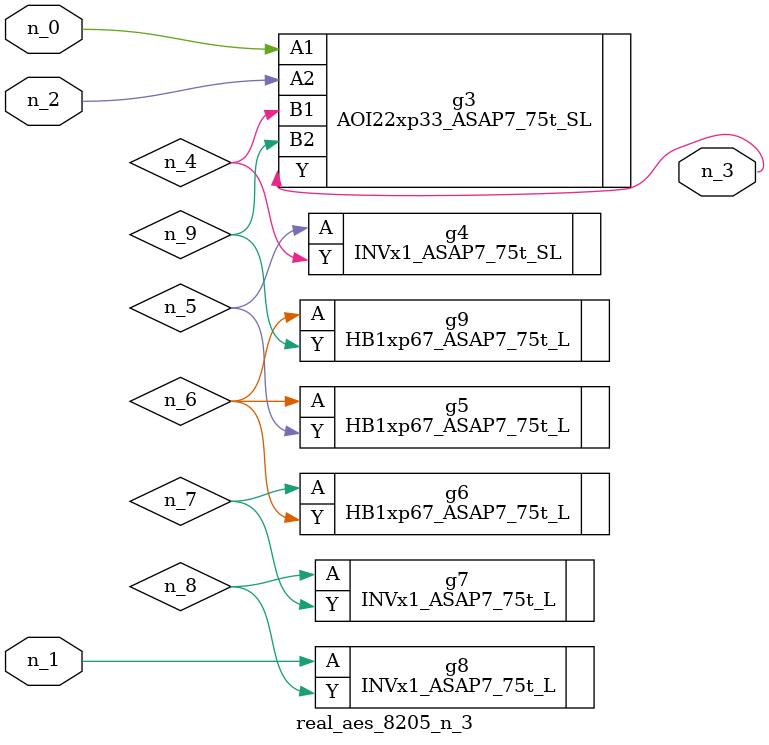
<source format=v>
module real_aes_8205_n_3 (n_0, n_2, n_1, n_3);
input n_0;
input n_2;
input n_1;
output n_3;
wire n_4;
wire n_5;
wire n_7;
wire n_9;
wire n_6;
wire n_8;
AOI22xp33_ASAP7_75t_SL g3 ( .A1(n_0), .A2(n_2), .B1(n_4), .B2(n_9), .Y(n_3) );
INVx1_ASAP7_75t_L g8 ( .A(n_1), .Y(n_8) );
INVx1_ASAP7_75t_SL g4 ( .A(n_5), .Y(n_4) );
HB1xp67_ASAP7_75t_L g5 ( .A(n_6), .Y(n_5) );
HB1xp67_ASAP7_75t_L g9 ( .A(n_6), .Y(n_9) );
HB1xp67_ASAP7_75t_L g6 ( .A(n_7), .Y(n_6) );
INVx1_ASAP7_75t_L g7 ( .A(n_8), .Y(n_7) );
endmodule
</source>
